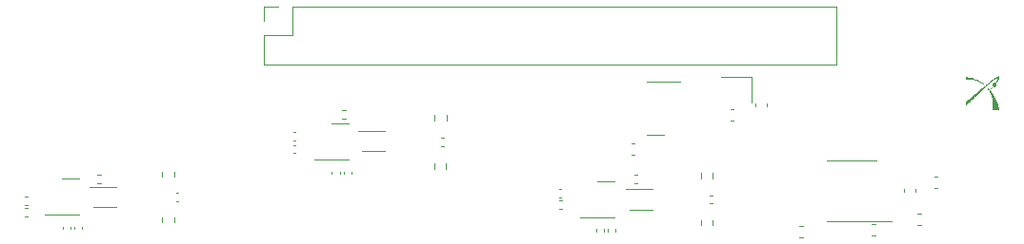
<source format=gbr>
%TF.GenerationSoftware,KiCad,Pcbnew,7.0.8*%
%TF.CreationDate,2024-02-06T22:23:07+01:00*%
%TF.ProjectId,HatV3,48617456-332e-46b6-9963-61645f706362,V2*%
%TF.SameCoordinates,Original*%
%TF.FileFunction,Legend,Top*%
%TF.FilePolarity,Positive*%
%FSLAX46Y46*%
G04 Gerber Fmt 4.6, Leading zero omitted, Abs format (unit mm)*
G04 Created by KiCad (PCBNEW 7.0.8) date 2024-02-06 22:23:07*
%MOMM*%
%LPD*%
G01*
G04 APERTURE LIST*
%ADD10C,0.120000*%
%ADD11C,0.100000*%
G04 APERTURE END LIST*
D10*
%TO.C,C11*%
X167138133Y-102871000D02*
X167430667Y-102871000D01*
X167138133Y-103891000D02*
X167430667Y-103891000D01*
%TO.C,J5*%
X125640438Y-98915962D02*
X176560438Y-98915962D01*
X125640438Y-98915962D02*
X125640438Y-96315962D01*
X176560438Y-98915962D02*
X176560438Y-93715962D01*
X125640438Y-96315962D02*
X128240438Y-96315962D01*
X128240438Y-96315962D02*
X128240438Y-93715962D01*
X125640438Y-95045962D02*
X125640438Y-93715962D01*
X125640438Y-93715962D02*
X126970438Y-93715962D01*
X128240438Y-93715962D02*
X176560438Y-93715962D01*
%TO.C,U6*%
X177883900Y-112883800D02*
X181483900Y-112883800D01*
X177883900Y-112883800D02*
X175683900Y-112883800D01*
X177883900Y-107413800D02*
X180083900Y-107413800D01*
X177883900Y-107413800D02*
X175683900Y-107413800D01*
%TO.C,C2*%
X109500822Y-113369986D02*
X109500822Y-113585658D01*
X108780822Y-113369986D02*
X108780822Y-113585658D01*
D11*
%TO.C,FL3*%
X160246778Y-110036378D02*
X157861778Y-110036378D01*
X160246778Y-111816378D02*
X158216778Y-111816378D01*
D10*
%TO.C,C21*%
X152126836Y-111739000D02*
X151911164Y-111739000D01*
X152126836Y-111019000D02*
X151911164Y-111019000D01*
%TO.C,C8*%
X128479436Y-105643000D02*
X128263764Y-105643000D01*
X128479436Y-104923000D02*
X128263764Y-104923000D01*
%TO.C,C5*%
X117852186Y-110362222D02*
X118067858Y-110362222D01*
X117852186Y-111082222D02*
X118067858Y-111082222D01*
%TO.C,C15*%
X183776233Y-112164400D02*
X184068767Y-112164400D01*
X183776233Y-113184400D02*
X184068767Y-113184400D01*
%TO.C,C7*%
X133470022Y-108434186D02*
X133470022Y-108649858D01*
X132750022Y-108434186D02*
X132750022Y-108649858D01*
D11*
%TO.C,FL1*%
X112565022Y-109832222D02*
X110180022Y-109832222D01*
X112565022Y-111612222D02*
X110535022Y-111612222D01*
D10*
%TO.C,C20*%
X156933978Y-113578742D02*
X156933978Y-113794414D01*
X156213978Y-113578742D02*
X156213978Y-113794414D01*
%TO.C,C16*%
X185272633Y-108887800D02*
X185565167Y-108887800D01*
X185272633Y-109907800D02*
X185565167Y-109907800D01*
%TO.C,U5*%
X162689800Y-100449600D02*
X159689800Y-100449600D01*
X159689800Y-105149600D02*
X161189800Y-105149600D01*
%TO.C,R6*%
X141837122Y-107701764D02*
X141837122Y-108176280D01*
X140792122Y-107701764D02*
X140792122Y-108176280D01*
%TO.C,C23*%
X165295942Y-110547378D02*
X165511614Y-110547378D01*
X165295942Y-111267378D02*
X165511614Y-111267378D01*
%TO.C,R1*%
X110849581Y-108716622D02*
X111156863Y-108716622D01*
X110849581Y-109476622D02*
X111156863Y-109476622D01*
%TO.C,R9*%
X165573278Y-112765120D02*
X165573278Y-113239636D01*
X164528278Y-112765120D02*
X164528278Y-113239636D01*
%TO.C,C6*%
X132406022Y-108434186D02*
X132406022Y-108649858D01*
X131686022Y-108434186D02*
X131686022Y-108649858D01*
%TO.C,U1*%
X106226422Y-112291222D02*
X109226422Y-112291222D01*
X107726422Y-109071222D02*
X109226422Y-109071222D01*
%TO.C,R8*%
X165573278Y-108575120D02*
X165573278Y-109049636D01*
X164528278Y-108575120D02*
X164528278Y-109049636D01*
%TO.C,Y1*%
X168998800Y-102307000D02*
X168998800Y-100007000D01*
X168998800Y-100007000D02*
X166298800Y-100007000D01*
%TO.C,C19*%
X155917978Y-113550742D02*
X155917978Y-113766414D01*
X155197978Y-113550742D02*
X155197978Y-113766414D01*
%TO.C,C17*%
X180003667Y-114175000D02*
X179711133Y-114175000D01*
X180003667Y-113155000D02*
X179711133Y-113155000D01*
%TO.C,R5*%
X141887922Y-103383764D02*
X141887922Y-103858280D01*
X140842922Y-103383764D02*
X140842922Y-103858280D01*
%TO.C,C14*%
X173578567Y-114327400D02*
X173286033Y-114327400D01*
X173578567Y-113307400D02*
X173286033Y-113307400D01*
%TO.C,G\u002A\u002A\u002A*%
G36*
X190407404Y-100961602D02*
G01*
X190419225Y-100966882D01*
X190420288Y-100967426D01*
X190430235Y-100973400D01*
X190432193Y-100978311D01*
X190428465Y-100983952D01*
X190423017Y-100990437D01*
X190412226Y-101003361D01*
X190397245Y-101021342D01*
X190379228Y-101042993D01*
X190359328Y-101066931D01*
X190358864Y-101067489D01*
X190339309Y-101090803D01*
X190321879Y-101111164D01*
X190307635Y-101127366D01*
X190297639Y-101138204D01*
X190292950Y-101142473D01*
X190292842Y-101142494D01*
X190287116Y-101139146D01*
X190278396Y-101131057D01*
X190278083Y-101130725D01*
X190270370Y-101121448D01*
X190267030Y-101115317D01*
X190267026Y-101115216D01*
X190270178Y-101109891D01*
X190278810Y-101098466D01*
X190291691Y-101082389D01*
X190307589Y-101063105D01*
X190325272Y-101042063D01*
X190343507Y-101020709D01*
X190361062Y-101000488D01*
X190376706Y-100982849D01*
X190389206Y-100969238D01*
X190397331Y-100961100D01*
X190399704Y-100959431D01*
X190407404Y-100961602D01*
G37*
G36*
X190639798Y-100504599D02*
G01*
X190657469Y-100505876D01*
X190671761Y-100508792D01*
X190686066Y-100513992D01*
X190700279Y-100520458D01*
X190737987Y-100543510D01*
X190768740Y-100572871D01*
X190792166Y-100607205D01*
X190807894Y-100645177D01*
X190815551Y-100685452D01*
X190814766Y-100726694D01*
X190805166Y-100767569D01*
X190786382Y-100806741D01*
X190781904Y-100813645D01*
X190753178Y-100847756D01*
X190718836Y-100874171D01*
X190689088Y-100888700D01*
X190663206Y-100895901D01*
X190633049Y-100900320D01*
X190602771Y-100901627D01*
X190576525Y-100899491D01*
X190570188Y-100898163D01*
X190542024Y-100887980D01*
X190512519Y-100872194D01*
X190485778Y-100853262D01*
X190469358Y-100837760D01*
X190443679Y-100801834D01*
X190426918Y-100762890D01*
X190418799Y-100722257D01*
X190419047Y-100681268D01*
X190427387Y-100641256D01*
X190443542Y-100603551D01*
X190467240Y-100569487D01*
X190498203Y-100540393D01*
X190535427Y-100517945D01*
X190550589Y-100511435D01*
X190564447Y-100507377D01*
X190580259Y-100505216D01*
X190601278Y-100504397D01*
X190615355Y-100504316D01*
X190639798Y-100504599D01*
G37*
G36*
X188076626Y-100020955D02*
G01*
X188089450Y-100022870D01*
X188108723Y-100025516D01*
X188130796Y-100028398D01*
X188136376Y-100029103D01*
X188310172Y-100054751D01*
X188477042Y-100087365D01*
X188637747Y-100127246D01*
X188793043Y-100174697D01*
X188943692Y-100230021D01*
X189090450Y-100293521D01*
X189234078Y-100365499D01*
X189375334Y-100446258D01*
X189514977Y-100536100D01*
X189650749Y-100633068D01*
X189708246Y-100676128D01*
X189691704Y-100693195D01*
X189681371Y-100703255D01*
X189674043Y-100709291D01*
X189672345Y-100710084D01*
X189667493Y-100707083D01*
X189656195Y-100698993D01*
X189640028Y-100686973D01*
X189620570Y-100672183D01*
X189616136Y-100668774D01*
X189551724Y-100620929D01*
X189488562Y-100577862D01*
X189425082Y-100538777D01*
X189359718Y-100502875D01*
X189290904Y-100469359D01*
X189217073Y-100437430D01*
X189136660Y-100406291D01*
X189048097Y-100375145D01*
X189023723Y-100367006D01*
X188904079Y-100329999D01*
X188785910Y-100298484D01*
X188670152Y-100272611D01*
X188557742Y-100252532D01*
X188449617Y-100238397D01*
X188346713Y-100230355D01*
X188249967Y-100228559D01*
X188180538Y-100231505D01*
X188151066Y-100233741D01*
X188123741Y-100236015D01*
X188100813Y-100238124D01*
X188084529Y-100239867D01*
X188079169Y-100240605D01*
X188060100Y-100243765D01*
X188060100Y-100130997D01*
X188060100Y-100018230D01*
X188076626Y-100020955D01*
G37*
G36*
X190067734Y-101001368D02*
G01*
X190102645Y-101036894D01*
X190141881Y-101079318D01*
X190184114Y-101127085D01*
X190228016Y-101178638D01*
X190272259Y-101232419D01*
X190315517Y-101286875D01*
X190352433Y-101335075D01*
X190457994Y-101483837D01*
X190556091Y-101638964D01*
X190646395Y-101799683D01*
X190728574Y-101965226D01*
X190802299Y-102134820D01*
X190867237Y-102307696D01*
X190923059Y-102483083D01*
X190969434Y-102660209D01*
X191006031Y-102838305D01*
X191011725Y-102871423D01*
X191015508Y-102893734D01*
X191018946Y-102913295D01*
X191021522Y-102927201D01*
X191022336Y-102931173D01*
X191024898Y-102942615D01*
X190725890Y-102942615D01*
X190426883Y-102942615D01*
X190438097Y-102875531D01*
X190445653Y-102828458D01*
X190451868Y-102784981D01*
X190456863Y-102743359D01*
X190460756Y-102701853D01*
X190463667Y-102658723D01*
X190465716Y-102612229D01*
X190467022Y-102560631D01*
X190467704Y-102502191D01*
X190467883Y-102441734D01*
X190467781Y-102385028D01*
X190467439Y-102337054D01*
X190466811Y-102296378D01*
X190465850Y-102261562D01*
X190464509Y-102231172D01*
X190462740Y-102203772D01*
X190460497Y-102177926D01*
X190458649Y-102160263D01*
X190440045Y-102021647D01*
X190415773Y-101890663D01*
X190385562Y-101766326D01*
X190349143Y-101647649D01*
X190306245Y-101533646D01*
X190257275Y-101424717D01*
X190219488Y-101350355D01*
X190181873Y-101283304D01*
X190142722Y-101220882D01*
X190100328Y-101160404D01*
X190052982Y-101099189D01*
X190039548Y-101082697D01*
X189991508Y-101024282D01*
X190015948Y-100999469D01*
X190040389Y-100974655D01*
X190067734Y-101001368D01*
G37*
G36*
X190995430Y-99959942D02*
G01*
X191019025Y-99967137D01*
X191035263Y-99979825D01*
X191045062Y-99998571D01*
X191047737Y-100009829D01*
X191048894Y-100040310D01*
X191043241Y-100077481D01*
X191031038Y-100120721D01*
X191012547Y-100169410D01*
X190988030Y-100222931D01*
X190957749Y-100280662D01*
X190921964Y-100341985D01*
X190880937Y-100406281D01*
X190879200Y-100408893D01*
X190861588Y-100435153D01*
X190845862Y-100458278D01*
X190832890Y-100477018D01*
X190823539Y-100490125D01*
X190818676Y-100496349D01*
X190818234Y-100496689D01*
X190813303Y-100493647D01*
X190803020Y-100485788D01*
X190789671Y-100475013D01*
X190775541Y-100463222D01*
X190762914Y-100452315D01*
X190754076Y-100444192D01*
X190751282Y-100441012D01*
X190752875Y-100435466D01*
X190758175Y-100422462D01*
X190766449Y-100403691D01*
X190776963Y-100380844D01*
X190782428Y-100369266D01*
X190805972Y-100317477D01*
X190823537Y-100273498D01*
X190835176Y-100236953D01*
X190840945Y-100207469D01*
X190840898Y-100184668D01*
X190835092Y-100168175D01*
X190823580Y-100157615D01*
X190813950Y-100153969D01*
X190793021Y-100153196D01*
X190765438Y-100159449D01*
X190731611Y-100172438D01*
X190691949Y-100191872D01*
X190646863Y-100217460D01*
X190596762Y-100248912D01*
X190542055Y-100285936D01*
X190483152Y-100328242D01*
X190420463Y-100375539D01*
X190354397Y-100427537D01*
X190285363Y-100483944D01*
X190213772Y-100544470D01*
X190140034Y-100608824D01*
X190064556Y-100676715D01*
X190020493Y-100717274D01*
X190008118Y-100728847D01*
X189988794Y-100747033D01*
X189962942Y-100771437D01*
X189930980Y-100801659D01*
X189893326Y-100837303D01*
X189850398Y-100877970D01*
X189802617Y-100923262D01*
X189750399Y-100972783D01*
X189694164Y-101026135D01*
X189634331Y-101082918D01*
X189571318Y-101142737D01*
X189505544Y-101205193D01*
X189437427Y-101269889D01*
X189367386Y-101336426D01*
X189295840Y-101404407D01*
X189223208Y-101473434D01*
X189149907Y-101543110D01*
X189076357Y-101613037D01*
X189002977Y-101682817D01*
X188930184Y-101752053D01*
X188858398Y-101820346D01*
X188788037Y-101887300D01*
X188719521Y-101952515D01*
X188653266Y-102015595D01*
X188589694Y-102076142D01*
X188529220Y-102133758D01*
X188472266Y-102188046D01*
X188456390Y-102203183D01*
X188403745Y-102253365D01*
X188353117Y-102301586D01*
X188304999Y-102347382D01*
X188259883Y-102390285D01*
X188218259Y-102429829D01*
X188180620Y-102465548D01*
X188147457Y-102496976D01*
X188119261Y-102523646D01*
X188096525Y-102545092D01*
X188079739Y-102560848D01*
X188069397Y-102570448D01*
X188066031Y-102573423D01*
X188064387Y-102571902D01*
X188063055Y-102564646D01*
X188062012Y-102550968D01*
X188061236Y-102530177D01*
X188060704Y-102501585D01*
X188060396Y-102464503D01*
X188060287Y-102418242D01*
X188060297Y-102394997D01*
X188060494Y-102212905D01*
X188290155Y-102024757D01*
X188400333Y-101934339D01*
X188517989Y-101837485D01*
X188642890Y-101734390D01*
X188774800Y-101625249D01*
X188913486Y-101510254D01*
X189058713Y-101389601D01*
X189210248Y-101263483D01*
X189367856Y-101132096D01*
X189531303Y-100995632D01*
X189565495Y-100967059D01*
X189654432Y-100892753D01*
X189736042Y-100824620D01*
X189810783Y-100762286D01*
X189879108Y-100705376D01*
X189941473Y-100653515D01*
X189998334Y-100606330D01*
X190050147Y-100563444D01*
X190097367Y-100524483D01*
X190140449Y-100489073D01*
X190179849Y-100456839D01*
X190216023Y-100427406D01*
X190249425Y-100400399D01*
X190280511Y-100375444D01*
X190309738Y-100352166D01*
X190337560Y-100330190D01*
X190364432Y-100309141D01*
X190378898Y-100297882D01*
X190461985Y-100234250D01*
X190538296Y-100177719D01*
X190608150Y-100128105D01*
X190671864Y-100085222D01*
X190729757Y-100048885D01*
X190782147Y-100018908D01*
X190829354Y-99995106D01*
X190871695Y-99977294D01*
X190909489Y-99965287D01*
X190943055Y-99958898D01*
X190963561Y-99957670D01*
X190995430Y-99959942D01*
G37*
%TO.C,C22*%
X152098836Y-110723000D02*
X151883164Y-110723000D01*
X152098836Y-110003000D02*
X151883164Y-110003000D01*
%TO.C,C12*%
X170385200Y-102346833D02*
X170385200Y-102639367D01*
X169365200Y-102346833D02*
X169365200Y-102639367D01*
%TO.C,C3*%
X104656836Y-112424800D02*
X104441164Y-112424800D01*
X104656836Y-111704800D02*
X104441164Y-111704800D01*
%TO.C,R2*%
X117680322Y-108440764D02*
X117680322Y-108915280D01*
X116635322Y-108440764D02*
X116635322Y-108915280D01*
%TO.C,R3*%
X117680322Y-112504764D02*
X117680322Y-112979280D01*
X116635322Y-112504764D02*
X116635322Y-112979280D01*
%TO.C,R7*%
X158579337Y-108734578D02*
X158886619Y-108734578D01*
X158579337Y-109494578D02*
X158886619Y-109494578D01*
%TO.C,C4*%
X104656836Y-111408800D02*
X104441164Y-111408800D01*
X104656836Y-110688800D02*
X104441164Y-110688800D01*
%TO.C,C10*%
X141445586Y-105436022D02*
X141661258Y-105436022D01*
X141445586Y-106156022D02*
X141661258Y-106156022D01*
%TO.C,C18*%
X183542400Y-109988133D02*
X183542400Y-110280667D01*
X182522400Y-109988133D02*
X182522400Y-110280667D01*
%TO.C,C13*%
X158616867Y-106910600D02*
X158324333Y-106910600D01*
X158616867Y-105890600D02*
X158324333Y-105890600D01*
%TO.C,U7*%
X153803978Y-112513578D02*
X156803978Y-112513578D01*
X155303978Y-109293578D02*
X156803978Y-109293578D01*
%TO.C,C9*%
X128479436Y-106786000D02*
X128263764Y-106786000D01*
X128479436Y-106066000D02*
X128263764Y-106066000D01*
%TO.C,R4*%
X132919441Y-103732600D02*
X132612159Y-103732600D01*
X132919441Y-102972600D02*
X132612159Y-102972600D01*
%TO.C,C1*%
X108484822Y-113369986D02*
X108484822Y-113585658D01*
X107764822Y-113369986D02*
X107764822Y-113585658D01*
D11*
%TO.C,FL2*%
X136450022Y-104864622D02*
X134065022Y-104864622D01*
X136450022Y-106644622D02*
X134420022Y-106644622D01*
D10*
%TO.C,U3*%
X130160022Y-107365022D02*
X133160022Y-107365022D01*
X131660022Y-104145022D02*
X133160022Y-104145022D01*
%TD*%
M02*

</source>
